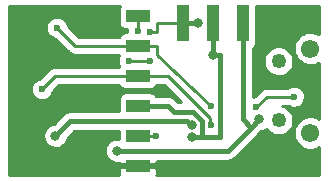
<source format=gbl>
G04 #@! TF.FileFunction,Copper,L2,Bot,Signal*
%FSLAX46Y46*%
G04 Gerber Fmt 4.6, Leading zero omitted, Abs format (unit mm)*
G04 Created by KiCad (PCBNEW 4.0.7) date 04/02/19 22:13:27*
%MOMM*%
%LPD*%
G01*
G04 APERTURE LIST*
%ADD10C,0.100000*%
%ADD11R,2.000000X1.020000*%
%ADD12C,1.550000*%
%ADD13C,1.250000*%
%ADD14R,1.020000X3.170000*%
%ADD15C,0.800000*%
%ADD16C,0.600000*%
%ADD17C,0.400000*%
%ADD18C,0.250000*%
%ADD19C,0.254000*%
G04 APERTURE END LIST*
D10*
D11*
X153670000Y-117475000D03*
X153670000Y-114935000D03*
X153670000Y-112395000D03*
X153670000Y-109855000D03*
X153670000Y-107315000D03*
X153670000Y-104775000D03*
D12*
X168275000Y-107550000D03*
X168275000Y-114700000D03*
D13*
X165575000Y-113625000D03*
X165575000Y-108625000D03*
D14*
X162560000Y-105410000D03*
X157480000Y-105410000D03*
X160020000Y-105410000D03*
D15*
X156845000Y-117729000D03*
X166116000Y-104775000D03*
X164338000Y-107061000D03*
X167767000Y-104775000D03*
X165989000Y-116459000D03*
X167640000Y-116459000D03*
X164338000Y-115697000D03*
X149733000Y-104521000D03*
X151892000Y-116205000D03*
X163957000Y-113538000D03*
D16*
X154686000Y-106172000D03*
D15*
X158242000Y-114046000D03*
X158750000Y-105410000D03*
X146685000Y-114935000D03*
X158242000Y-115062000D03*
X160020000Y-108077000D03*
D16*
X159893000Y-112395000D03*
X146812000Y-105791000D03*
X145542000Y-110998000D03*
X159893000Y-114046000D03*
X166878000Y-111633000D03*
X163703000Y-112522000D03*
X153670000Y-106045000D03*
X154686000Y-108585000D03*
X152908000Y-108585000D03*
X155194000Y-114935000D03*
D17*
X153670000Y-117475000D02*
X156591000Y-117475000D01*
X156591000Y-117475000D02*
X156845000Y-117729000D01*
X153670000Y-117475000D02*
X145669000Y-117475000D01*
X145542000Y-104521000D02*
X149733000Y-104521000D01*
X144145000Y-105918000D02*
X145542000Y-104521000D01*
X144145000Y-115951000D02*
X144145000Y-105918000D01*
X145669000Y-117475000D02*
X144145000Y-115951000D01*
X163258500Y-114236500D02*
X161290000Y-116205000D01*
X161290000Y-116205000D02*
X151892000Y-116205000D01*
X162560000Y-105410000D02*
X162560000Y-113538000D01*
X162560000Y-113538000D02*
X163258500Y-114236500D01*
X163957000Y-113538000D02*
X163258500Y-114236500D01*
D18*
X157480000Y-105410000D02*
X155321000Y-105410000D01*
X155321000Y-105410000D02*
X155321000Y-106172000D01*
X155321000Y-106172000D02*
X154686000Y-106172000D01*
D17*
X158750000Y-105410000D02*
X157480000Y-105410000D01*
X152146000Y-113665000D02*
X157861000Y-113665000D01*
X157861000Y-113665000D02*
X158242000Y-114046000D01*
X147955000Y-113665000D02*
X152146000Y-113665000D01*
X146685000Y-114935000D02*
X147955000Y-113665000D01*
X153670000Y-112395000D02*
X156210000Y-112395000D01*
X159131000Y-113665000D02*
X159131000Y-115062000D01*
X158369000Y-112903000D02*
X159131000Y-113665000D01*
X156718000Y-112903000D02*
X158369000Y-112903000D01*
X156210000Y-112395000D02*
X156718000Y-112903000D01*
X160655000Y-112395000D02*
X160655000Y-112395000D01*
X160655000Y-115062000D02*
X160655000Y-112395000D01*
X158242000Y-115062000D02*
X159131000Y-115062000D01*
X159131000Y-115062000D02*
X160655000Y-115062000D01*
X160655000Y-108077000D02*
X160020000Y-108077000D01*
X160655000Y-112395000D02*
X160655000Y-108077000D01*
X160020000Y-105410000D02*
X160020000Y-108077000D01*
D18*
X159893000Y-112395000D02*
X155321000Y-108077000D01*
X155321000Y-108077000D02*
X155321000Y-107315000D01*
X155321000Y-107315000D02*
X153670000Y-107315000D01*
X153670000Y-107315000D02*
X148336000Y-107315000D01*
X148336000Y-107315000D02*
X146812000Y-105791000D01*
X146685000Y-109855000D02*
X153670000Y-109855000D01*
X145542000Y-110998000D02*
X146685000Y-109855000D01*
X156210000Y-109855000D02*
X153670000Y-109855000D01*
X159766000Y-113411000D02*
X156210000Y-109855000D01*
X159766000Y-113919000D02*
X159766000Y-113411000D01*
X159893000Y-114046000D02*
X159766000Y-113919000D01*
X164592000Y-111633000D02*
X166878000Y-111633000D01*
X163703000Y-112522000D02*
X164592000Y-111633000D01*
X153670000Y-106045000D02*
X153670000Y-104775000D01*
X153670000Y-114935000D02*
X155194000Y-114935000D01*
X152908000Y-108585000D02*
X154686000Y-108585000D01*
D19*
G36*
X152057190Y-104087237D02*
X152031928Y-104265000D01*
X152031928Y-105285000D01*
X152039992Y-105386121D01*
X152093106Y-105557634D01*
X152191900Y-105707559D01*
X152328550Y-105824025D01*
X152492237Y-105897810D01*
X152670000Y-105923072D01*
X152739987Y-105923072D01*
X152736331Y-105940272D01*
X152733771Y-106123617D01*
X152741720Y-106166928D01*
X152670000Y-106166928D01*
X152568879Y-106174992D01*
X152397366Y-106228106D01*
X152247441Y-106326900D01*
X152130975Y-106463550D01*
X152089752Y-106555000D01*
X148650802Y-106555000D01*
X147735169Y-105639367D01*
X147711425Y-105519448D01*
X147641550Y-105349920D01*
X147540079Y-105197193D01*
X147410875Y-105067084D01*
X147258860Y-104964549D01*
X147089825Y-104893493D01*
X146910207Y-104856623D01*
X146726849Y-104855343D01*
X146546733Y-104889701D01*
X146376722Y-104958390D01*
X146223291Y-105058793D01*
X146092283Y-105187086D01*
X145988689Y-105338381D01*
X145916454Y-105506916D01*
X145878331Y-105686272D01*
X145875771Y-105869617D01*
X145908872Y-106049968D01*
X145976372Y-106220454D01*
X146075701Y-106374583D01*
X146203076Y-106506484D01*
X146353644Y-106611131D01*
X146521671Y-106684540D01*
X146661477Y-106715279D01*
X147798599Y-107852401D01*
X147852855Y-107896968D01*
X147906625Y-107942086D01*
X147910126Y-107944011D01*
X147913215Y-107946548D01*
X147975067Y-107979713D01*
X148036604Y-108013543D01*
X148040416Y-108014752D01*
X148043935Y-108016639D01*
X148111043Y-108037156D01*
X148177987Y-108058392D01*
X148181958Y-108058837D01*
X148185780Y-108060006D01*
X148255610Y-108067099D01*
X148325389Y-108074926D01*
X148333204Y-108074981D01*
X148333347Y-108074995D01*
X148333480Y-108074982D01*
X148336000Y-108075000D01*
X152086097Y-108075000D01*
X152093106Y-108097634D01*
X152100646Y-108109076D01*
X152084689Y-108132381D01*
X152012454Y-108300916D01*
X151974331Y-108480272D01*
X151971771Y-108663617D01*
X152004872Y-108843968D01*
X152072372Y-109014454D01*
X152103963Y-109063474D01*
X152089752Y-109095000D01*
X146685000Y-109095000D01*
X146615123Y-109101851D01*
X146545197Y-109107969D01*
X146541359Y-109109084D01*
X146537382Y-109109474D01*
X146470179Y-109129764D01*
X146402760Y-109149351D01*
X146399212Y-109151190D01*
X146395387Y-109152345D01*
X146333429Y-109185288D01*
X146271074Y-109217610D01*
X146267949Y-109220105D01*
X146264422Y-109221980D01*
X146210035Y-109266337D01*
X146155154Y-109310148D01*
X146149594Y-109315631D01*
X146149478Y-109315726D01*
X146149389Y-109315834D01*
X146147599Y-109317599D01*
X145390128Y-110075070D01*
X145276733Y-110096701D01*
X145106722Y-110165390D01*
X144953291Y-110265793D01*
X144822283Y-110394086D01*
X144718689Y-110545381D01*
X144646454Y-110713916D01*
X144608331Y-110893272D01*
X144605771Y-111076617D01*
X144638872Y-111256968D01*
X144706372Y-111427454D01*
X144805701Y-111581583D01*
X144933076Y-111713484D01*
X145083644Y-111818131D01*
X145251671Y-111891540D01*
X145430757Y-111930915D01*
X145614079Y-111934755D01*
X145794657Y-111902914D01*
X145965610Y-111836606D01*
X146120429Y-111738355D01*
X146253215Y-111611904D01*
X146358911Y-111462070D01*
X146433492Y-111294560D01*
X146466786Y-111148016D01*
X146999802Y-110615000D01*
X152086097Y-110615000D01*
X152093106Y-110637634D01*
X152191900Y-110787559D01*
X152328550Y-110904025D01*
X152492237Y-110977810D01*
X152670000Y-111003072D01*
X154670000Y-111003072D01*
X154771121Y-110995008D01*
X154942634Y-110941894D01*
X155092559Y-110843100D01*
X155209025Y-110706450D01*
X155250248Y-110615000D01*
X155895198Y-110615000D01*
X157348198Y-112068000D01*
X157063869Y-112068000D01*
X156800434Y-111804566D01*
X156740818Y-111755596D01*
X156681747Y-111706030D01*
X156677904Y-111703917D01*
X156674507Y-111701127D01*
X156606474Y-111664648D01*
X156538941Y-111627522D01*
X156534758Y-111626195D01*
X156530886Y-111624119D01*
X156457107Y-111601563D01*
X156383606Y-111578247D01*
X156379242Y-111577758D01*
X156375044Y-111576474D01*
X156298284Y-111568676D01*
X156221658Y-111560081D01*
X156213087Y-111560021D01*
X156212915Y-111560004D01*
X156212755Y-111560019D01*
X156210000Y-111560000D01*
X155212387Y-111560000D01*
X155148100Y-111462441D01*
X155011450Y-111345975D01*
X154847763Y-111272190D01*
X154670000Y-111246928D01*
X152670000Y-111246928D01*
X152568879Y-111254992D01*
X152397366Y-111308106D01*
X152247441Y-111406900D01*
X152130975Y-111543550D01*
X152057190Y-111707237D01*
X152031928Y-111885000D01*
X152031928Y-112830000D01*
X147955000Y-112830000D01*
X147878208Y-112837529D01*
X147801400Y-112844249D01*
X147797186Y-112845473D01*
X147792814Y-112845902D01*
X147718933Y-112868208D01*
X147644907Y-112889715D01*
X147641011Y-112891734D01*
X147636806Y-112893004D01*
X147568668Y-112929234D01*
X147500226Y-112964711D01*
X147496796Y-112967449D01*
X147492918Y-112969511D01*
X147433131Y-113018272D01*
X147372866Y-113066380D01*
X147366761Y-113072401D01*
X147366630Y-113072508D01*
X147366530Y-113072629D01*
X147364566Y-113074566D01*
X146527866Y-113911266D01*
X146391363Y-113937306D01*
X146203168Y-114013341D01*
X146033327Y-114124482D01*
X145888308Y-114266496D01*
X145773634Y-114433972D01*
X145693674Y-114620533D01*
X145651473Y-114819071D01*
X145648639Y-115022026D01*
X145685280Y-115221665D01*
X145760000Y-115410386D01*
X145869953Y-115580999D01*
X146010950Y-115727006D01*
X146177622Y-115842846D01*
X146363620Y-115924106D01*
X146561859Y-115967692D01*
X146764788Y-115971943D01*
X146964679Y-115936697D01*
X147153916Y-115863296D01*
X147325293Y-115754537D01*
X147472281Y-115614563D01*
X147589282Y-115448703D01*
X147671839Y-115263278D01*
X147711306Y-115089562D01*
X148300868Y-114500000D01*
X152031928Y-114500000D01*
X152031928Y-115177097D01*
X152000710Y-115170689D01*
X151797741Y-115169272D01*
X151598363Y-115207306D01*
X151410168Y-115283341D01*
X151240327Y-115394482D01*
X151095308Y-115536496D01*
X150980634Y-115703972D01*
X150900674Y-115890533D01*
X150858473Y-116089071D01*
X150855639Y-116292026D01*
X150892280Y-116491665D01*
X150967000Y-116680386D01*
X151076953Y-116850999D01*
X151217950Y-116997006D01*
X151384622Y-117112846D01*
X151570620Y-117194106D01*
X151768859Y-117237692D01*
X151971788Y-117241943D01*
X152070319Y-117224569D01*
X152193750Y-117348000D01*
X153543000Y-117348000D01*
X153543000Y-117328000D01*
X153797000Y-117328000D01*
X153797000Y-117348000D01*
X155146250Y-117348000D01*
X155305000Y-117189250D01*
X155305000Y-117040000D01*
X161290000Y-117040000D01*
X161366747Y-117032475D01*
X161443600Y-117025751D01*
X161447814Y-117024527D01*
X161452186Y-117024098D01*
X161526081Y-117001788D01*
X161600092Y-116980285D01*
X161603986Y-116978266D01*
X161608194Y-116976996D01*
X161676311Y-116940777D01*
X161744774Y-116905290D01*
X161748207Y-116902549D01*
X161752082Y-116900489D01*
X161811866Y-116851731D01*
X161872133Y-116803620D01*
X161878238Y-116797600D01*
X161878370Y-116797492D01*
X161878471Y-116797369D01*
X161880434Y-116795434D01*
X164114655Y-114561213D01*
X164236679Y-114539697D01*
X164425916Y-114466296D01*
X164562333Y-114379723D01*
X164582768Y-114411433D01*
X164754417Y-114589181D01*
X164957322Y-114730204D01*
X165183755Y-114829130D01*
X165425089Y-114882191D01*
X165672134Y-114887365D01*
X165915479Y-114844457D01*
X166145855Y-114755100D01*
X166354487Y-114622698D01*
X166533429Y-114452294D01*
X166675865Y-114250378D01*
X166776369Y-114024642D01*
X166831113Y-113783684D01*
X166835054Y-113501451D01*
X166787059Y-113259058D01*
X166692897Y-113030603D01*
X166556155Y-112824790D01*
X166382041Y-112649455D01*
X166177186Y-112511280D01*
X165949395Y-112415525D01*
X165839661Y-112393000D01*
X166333126Y-112393000D01*
X166419644Y-112453131D01*
X166587671Y-112526540D01*
X166766757Y-112565915D01*
X166950079Y-112569755D01*
X167130657Y-112537914D01*
X167301610Y-112471606D01*
X167456429Y-112373355D01*
X167589215Y-112246904D01*
X167694911Y-112097070D01*
X167769492Y-111929560D01*
X167810116Y-111750754D01*
X167813040Y-111541319D01*
X167777425Y-111361448D01*
X167707550Y-111191920D01*
X167606079Y-111039193D01*
X167476875Y-110909084D01*
X167324860Y-110806549D01*
X167155825Y-110735493D01*
X166976207Y-110698623D01*
X166792849Y-110697343D01*
X166612733Y-110731701D01*
X166442722Y-110800390D01*
X166331763Y-110873000D01*
X164592000Y-110873000D01*
X164522119Y-110879852D01*
X164452197Y-110885969D01*
X164448359Y-110887084D01*
X164444382Y-110887474D01*
X164377212Y-110907754D01*
X164309761Y-110927350D01*
X164306210Y-110929191D01*
X164302387Y-110930345D01*
X164240426Y-110963290D01*
X164178075Y-110995610D01*
X164174952Y-110998103D01*
X164171422Y-110999980D01*
X164117013Y-111044355D01*
X164062154Y-111088148D01*
X164056594Y-111093631D01*
X164056478Y-111093726D01*
X164056389Y-111093834D01*
X164054599Y-111095599D01*
X163551128Y-111599070D01*
X163437733Y-111620701D01*
X163395000Y-111637966D01*
X163395000Y-108730944D01*
X164313343Y-108730944D01*
X164357949Y-108973984D01*
X164448913Y-109203730D01*
X164582768Y-109411433D01*
X164754417Y-109589181D01*
X164957322Y-109730204D01*
X165183755Y-109829130D01*
X165425089Y-109882191D01*
X165672134Y-109887365D01*
X165915479Y-109844457D01*
X166145855Y-109755100D01*
X166354487Y-109622698D01*
X166533429Y-109452294D01*
X166675865Y-109250378D01*
X166776369Y-109024642D01*
X166831113Y-108783684D01*
X166835054Y-108501451D01*
X166787059Y-108259058D01*
X166692897Y-108030603D01*
X166556155Y-107824790D01*
X166382041Y-107649455D01*
X166177186Y-107511280D01*
X165949395Y-107415525D01*
X165707343Y-107365839D01*
X165460250Y-107364114D01*
X165217528Y-107410415D01*
X164988422Y-107502980D01*
X164781659Y-107638283D01*
X164605113Y-107811169D01*
X164465511Y-108015053D01*
X164368168Y-108242170D01*
X164316793Y-108483870D01*
X164313343Y-108730944D01*
X163395000Y-108730944D01*
X163395000Y-107537387D01*
X163492559Y-107473100D01*
X163609025Y-107336450D01*
X163682810Y-107172763D01*
X163708072Y-106995000D01*
X163708072Y-103964000D01*
X169015000Y-103964000D01*
X169015000Y-106348297D01*
X168948875Y-106303695D01*
X168693966Y-106196541D01*
X168423098Y-106140939D01*
X168146590Y-106139009D01*
X167874972Y-106190823D01*
X167618592Y-106294407D01*
X167387214Y-106445817D01*
X167189651Y-106639284D01*
X167033429Y-106867441D01*
X166924498Y-107121596D01*
X166867008Y-107392068D01*
X166863147Y-107668557D01*
X166913063Y-107940529D01*
X167014855Y-108197626D01*
X167164646Y-108430056D01*
X167356729Y-108628964D01*
X167583790Y-108786775D01*
X167837178Y-108897478D01*
X168107243Y-108956855D01*
X168383697Y-108962646D01*
X168656012Y-108914630D01*
X168913813Y-108814635D01*
X169015000Y-108750420D01*
X169015000Y-113498297D01*
X168948875Y-113453695D01*
X168693966Y-113346541D01*
X168423098Y-113290939D01*
X168146590Y-113289009D01*
X167874972Y-113340823D01*
X167618592Y-113444407D01*
X167387214Y-113595817D01*
X167189651Y-113789284D01*
X167033429Y-114017441D01*
X166924498Y-114271596D01*
X166867008Y-114542068D01*
X166863147Y-114818557D01*
X166913063Y-115090529D01*
X167014855Y-115347626D01*
X167164646Y-115580056D01*
X167356729Y-115778964D01*
X167583790Y-115936775D01*
X167837178Y-116047478D01*
X168107243Y-116106855D01*
X168383697Y-116112646D01*
X168656012Y-116064630D01*
X168913813Y-115964635D01*
X169015000Y-115900420D01*
X169015000Y-118273000D01*
X155238026Y-118273000D01*
X155280597Y-118170223D01*
X155305000Y-118047542D01*
X155305000Y-117760750D01*
X155146250Y-117602000D01*
X153797000Y-117602000D01*
X153797000Y-117622000D01*
X153543000Y-117622000D01*
X153543000Y-117602000D01*
X152193750Y-117602000D01*
X152035000Y-117760750D01*
X152035000Y-118047542D01*
X152059403Y-118170223D01*
X152101974Y-118273000D01*
X142783000Y-118273000D01*
X142783000Y-103964000D01*
X152112741Y-103964000D01*
X152057190Y-104087237D01*
X152057190Y-104087237D01*
G37*
X152057190Y-104087237D02*
X152031928Y-104265000D01*
X152031928Y-105285000D01*
X152039992Y-105386121D01*
X152093106Y-105557634D01*
X152191900Y-105707559D01*
X152328550Y-105824025D01*
X152492237Y-105897810D01*
X152670000Y-105923072D01*
X152739987Y-105923072D01*
X152736331Y-105940272D01*
X152733771Y-106123617D01*
X152741720Y-106166928D01*
X152670000Y-106166928D01*
X152568879Y-106174992D01*
X152397366Y-106228106D01*
X152247441Y-106326900D01*
X152130975Y-106463550D01*
X152089752Y-106555000D01*
X148650802Y-106555000D01*
X147735169Y-105639367D01*
X147711425Y-105519448D01*
X147641550Y-105349920D01*
X147540079Y-105197193D01*
X147410875Y-105067084D01*
X147258860Y-104964549D01*
X147089825Y-104893493D01*
X146910207Y-104856623D01*
X146726849Y-104855343D01*
X146546733Y-104889701D01*
X146376722Y-104958390D01*
X146223291Y-105058793D01*
X146092283Y-105187086D01*
X145988689Y-105338381D01*
X145916454Y-105506916D01*
X145878331Y-105686272D01*
X145875771Y-105869617D01*
X145908872Y-106049968D01*
X145976372Y-106220454D01*
X146075701Y-106374583D01*
X146203076Y-106506484D01*
X146353644Y-106611131D01*
X146521671Y-106684540D01*
X146661477Y-106715279D01*
X147798599Y-107852401D01*
X147852855Y-107896968D01*
X147906625Y-107942086D01*
X147910126Y-107944011D01*
X147913215Y-107946548D01*
X147975067Y-107979713D01*
X148036604Y-108013543D01*
X148040416Y-108014752D01*
X148043935Y-108016639D01*
X148111043Y-108037156D01*
X148177987Y-108058392D01*
X148181958Y-108058837D01*
X148185780Y-108060006D01*
X148255610Y-108067099D01*
X148325389Y-108074926D01*
X148333204Y-108074981D01*
X148333347Y-108074995D01*
X148333480Y-108074982D01*
X148336000Y-108075000D01*
X152086097Y-108075000D01*
X152093106Y-108097634D01*
X152100646Y-108109076D01*
X152084689Y-108132381D01*
X152012454Y-108300916D01*
X151974331Y-108480272D01*
X151971771Y-108663617D01*
X152004872Y-108843968D01*
X152072372Y-109014454D01*
X152103963Y-109063474D01*
X152089752Y-109095000D01*
X146685000Y-109095000D01*
X146615123Y-109101851D01*
X146545197Y-109107969D01*
X146541359Y-109109084D01*
X146537382Y-109109474D01*
X146470179Y-109129764D01*
X146402760Y-109149351D01*
X146399212Y-109151190D01*
X146395387Y-109152345D01*
X146333429Y-109185288D01*
X146271074Y-109217610D01*
X146267949Y-109220105D01*
X146264422Y-109221980D01*
X146210035Y-109266337D01*
X146155154Y-109310148D01*
X146149594Y-109315631D01*
X146149478Y-109315726D01*
X146149389Y-109315834D01*
X146147599Y-109317599D01*
X145390128Y-110075070D01*
X145276733Y-110096701D01*
X145106722Y-110165390D01*
X144953291Y-110265793D01*
X144822283Y-110394086D01*
X144718689Y-110545381D01*
X144646454Y-110713916D01*
X144608331Y-110893272D01*
X144605771Y-111076617D01*
X144638872Y-111256968D01*
X144706372Y-111427454D01*
X144805701Y-111581583D01*
X144933076Y-111713484D01*
X145083644Y-111818131D01*
X145251671Y-111891540D01*
X145430757Y-111930915D01*
X145614079Y-111934755D01*
X145794657Y-111902914D01*
X145965610Y-111836606D01*
X146120429Y-111738355D01*
X146253215Y-111611904D01*
X146358911Y-111462070D01*
X146433492Y-111294560D01*
X146466786Y-111148016D01*
X146999802Y-110615000D01*
X152086097Y-110615000D01*
X152093106Y-110637634D01*
X152191900Y-110787559D01*
X152328550Y-110904025D01*
X152492237Y-110977810D01*
X152670000Y-111003072D01*
X154670000Y-111003072D01*
X154771121Y-110995008D01*
X154942634Y-110941894D01*
X155092559Y-110843100D01*
X155209025Y-110706450D01*
X155250248Y-110615000D01*
X155895198Y-110615000D01*
X157348198Y-112068000D01*
X157063869Y-112068000D01*
X156800434Y-111804566D01*
X156740818Y-111755596D01*
X156681747Y-111706030D01*
X156677904Y-111703917D01*
X156674507Y-111701127D01*
X156606474Y-111664648D01*
X156538941Y-111627522D01*
X156534758Y-111626195D01*
X156530886Y-111624119D01*
X156457107Y-111601563D01*
X156383606Y-111578247D01*
X156379242Y-111577758D01*
X156375044Y-111576474D01*
X156298284Y-111568676D01*
X156221658Y-111560081D01*
X156213087Y-111560021D01*
X156212915Y-111560004D01*
X156212755Y-111560019D01*
X156210000Y-111560000D01*
X155212387Y-111560000D01*
X155148100Y-111462441D01*
X155011450Y-111345975D01*
X154847763Y-111272190D01*
X154670000Y-111246928D01*
X152670000Y-111246928D01*
X152568879Y-111254992D01*
X152397366Y-111308106D01*
X152247441Y-111406900D01*
X152130975Y-111543550D01*
X152057190Y-111707237D01*
X152031928Y-111885000D01*
X152031928Y-112830000D01*
X147955000Y-112830000D01*
X147878208Y-112837529D01*
X147801400Y-112844249D01*
X147797186Y-112845473D01*
X147792814Y-112845902D01*
X147718933Y-112868208D01*
X147644907Y-112889715D01*
X147641011Y-112891734D01*
X147636806Y-112893004D01*
X147568668Y-112929234D01*
X147500226Y-112964711D01*
X147496796Y-112967449D01*
X147492918Y-112969511D01*
X147433131Y-113018272D01*
X147372866Y-113066380D01*
X147366761Y-113072401D01*
X147366630Y-113072508D01*
X147366530Y-113072629D01*
X147364566Y-113074566D01*
X146527866Y-113911266D01*
X146391363Y-113937306D01*
X146203168Y-114013341D01*
X146033327Y-114124482D01*
X145888308Y-114266496D01*
X145773634Y-114433972D01*
X145693674Y-114620533D01*
X145651473Y-114819071D01*
X145648639Y-115022026D01*
X145685280Y-115221665D01*
X145760000Y-115410386D01*
X145869953Y-115580999D01*
X146010950Y-115727006D01*
X146177622Y-115842846D01*
X146363620Y-115924106D01*
X146561859Y-115967692D01*
X146764788Y-115971943D01*
X146964679Y-115936697D01*
X147153916Y-115863296D01*
X147325293Y-115754537D01*
X147472281Y-115614563D01*
X147589282Y-115448703D01*
X147671839Y-115263278D01*
X147711306Y-115089562D01*
X148300868Y-114500000D01*
X152031928Y-114500000D01*
X152031928Y-115177097D01*
X152000710Y-115170689D01*
X151797741Y-115169272D01*
X151598363Y-115207306D01*
X151410168Y-115283341D01*
X151240327Y-115394482D01*
X151095308Y-115536496D01*
X150980634Y-115703972D01*
X150900674Y-115890533D01*
X150858473Y-116089071D01*
X150855639Y-116292026D01*
X150892280Y-116491665D01*
X150967000Y-116680386D01*
X151076953Y-116850999D01*
X151217950Y-116997006D01*
X151384622Y-117112846D01*
X151570620Y-117194106D01*
X151768859Y-117237692D01*
X151971788Y-117241943D01*
X152070319Y-117224569D01*
X152193750Y-117348000D01*
X153543000Y-117348000D01*
X153543000Y-117328000D01*
X153797000Y-117328000D01*
X153797000Y-117348000D01*
X155146250Y-117348000D01*
X155305000Y-117189250D01*
X155305000Y-117040000D01*
X161290000Y-117040000D01*
X161366747Y-117032475D01*
X161443600Y-117025751D01*
X161447814Y-117024527D01*
X161452186Y-117024098D01*
X161526081Y-117001788D01*
X161600092Y-116980285D01*
X161603986Y-116978266D01*
X161608194Y-116976996D01*
X161676311Y-116940777D01*
X161744774Y-116905290D01*
X161748207Y-116902549D01*
X161752082Y-116900489D01*
X161811866Y-116851731D01*
X161872133Y-116803620D01*
X161878238Y-116797600D01*
X161878370Y-116797492D01*
X161878471Y-116797369D01*
X161880434Y-116795434D01*
X164114655Y-114561213D01*
X164236679Y-114539697D01*
X164425916Y-114466296D01*
X164562333Y-114379723D01*
X164582768Y-114411433D01*
X164754417Y-114589181D01*
X164957322Y-114730204D01*
X165183755Y-114829130D01*
X165425089Y-114882191D01*
X165672134Y-114887365D01*
X165915479Y-114844457D01*
X166145855Y-114755100D01*
X166354487Y-114622698D01*
X166533429Y-114452294D01*
X166675865Y-114250378D01*
X166776369Y-114024642D01*
X166831113Y-113783684D01*
X166835054Y-113501451D01*
X166787059Y-113259058D01*
X166692897Y-113030603D01*
X166556155Y-112824790D01*
X166382041Y-112649455D01*
X166177186Y-112511280D01*
X165949395Y-112415525D01*
X165839661Y-112393000D01*
X166333126Y-112393000D01*
X166419644Y-112453131D01*
X166587671Y-112526540D01*
X166766757Y-112565915D01*
X166950079Y-112569755D01*
X167130657Y-112537914D01*
X167301610Y-112471606D01*
X167456429Y-112373355D01*
X167589215Y-112246904D01*
X167694911Y-112097070D01*
X167769492Y-111929560D01*
X167810116Y-111750754D01*
X167813040Y-111541319D01*
X167777425Y-111361448D01*
X167707550Y-111191920D01*
X167606079Y-111039193D01*
X167476875Y-110909084D01*
X167324860Y-110806549D01*
X167155825Y-110735493D01*
X166976207Y-110698623D01*
X166792849Y-110697343D01*
X166612733Y-110731701D01*
X166442722Y-110800390D01*
X166331763Y-110873000D01*
X164592000Y-110873000D01*
X164522119Y-110879852D01*
X164452197Y-110885969D01*
X164448359Y-110887084D01*
X164444382Y-110887474D01*
X164377212Y-110907754D01*
X164309761Y-110927350D01*
X164306210Y-110929191D01*
X164302387Y-110930345D01*
X164240426Y-110963290D01*
X164178075Y-110995610D01*
X164174952Y-110998103D01*
X164171422Y-110999980D01*
X164117013Y-111044355D01*
X164062154Y-111088148D01*
X164056594Y-111093631D01*
X164056478Y-111093726D01*
X164056389Y-111093834D01*
X164054599Y-111095599D01*
X163551128Y-111599070D01*
X163437733Y-111620701D01*
X163395000Y-111637966D01*
X163395000Y-108730944D01*
X164313343Y-108730944D01*
X164357949Y-108973984D01*
X164448913Y-109203730D01*
X164582768Y-109411433D01*
X164754417Y-109589181D01*
X164957322Y-109730204D01*
X165183755Y-109829130D01*
X165425089Y-109882191D01*
X165672134Y-109887365D01*
X165915479Y-109844457D01*
X166145855Y-109755100D01*
X166354487Y-109622698D01*
X166533429Y-109452294D01*
X166675865Y-109250378D01*
X166776369Y-109024642D01*
X166831113Y-108783684D01*
X166835054Y-108501451D01*
X166787059Y-108259058D01*
X166692897Y-108030603D01*
X166556155Y-107824790D01*
X166382041Y-107649455D01*
X166177186Y-107511280D01*
X165949395Y-107415525D01*
X165707343Y-107365839D01*
X165460250Y-107364114D01*
X165217528Y-107410415D01*
X164988422Y-107502980D01*
X164781659Y-107638283D01*
X164605113Y-107811169D01*
X164465511Y-108015053D01*
X164368168Y-108242170D01*
X164316793Y-108483870D01*
X164313343Y-108730944D01*
X163395000Y-108730944D01*
X163395000Y-107537387D01*
X163492559Y-107473100D01*
X163609025Y-107336450D01*
X163682810Y-107172763D01*
X163708072Y-106995000D01*
X163708072Y-103964000D01*
X169015000Y-103964000D01*
X169015000Y-106348297D01*
X168948875Y-106303695D01*
X168693966Y-106196541D01*
X168423098Y-106140939D01*
X168146590Y-106139009D01*
X167874972Y-106190823D01*
X167618592Y-106294407D01*
X167387214Y-106445817D01*
X167189651Y-106639284D01*
X167033429Y-106867441D01*
X166924498Y-107121596D01*
X166867008Y-107392068D01*
X166863147Y-107668557D01*
X166913063Y-107940529D01*
X167014855Y-108197626D01*
X167164646Y-108430056D01*
X167356729Y-108628964D01*
X167583790Y-108786775D01*
X167837178Y-108897478D01*
X168107243Y-108956855D01*
X168383697Y-108962646D01*
X168656012Y-108914630D01*
X168913813Y-108814635D01*
X169015000Y-108750420D01*
X169015000Y-113498297D01*
X168948875Y-113453695D01*
X168693966Y-113346541D01*
X168423098Y-113290939D01*
X168146590Y-113289009D01*
X167874972Y-113340823D01*
X167618592Y-113444407D01*
X167387214Y-113595817D01*
X167189651Y-113789284D01*
X167033429Y-114017441D01*
X166924498Y-114271596D01*
X166867008Y-114542068D01*
X166863147Y-114818557D01*
X166913063Y-115090529D01*
X167014855Y-115347626D01*
X167164646Y-115580056D01*
X167356729Y-115778964D01*
X167583790Y-115936775D01*
X167837178Y-116047478D01*
X168107243Y-116106855D01*
X168383697Y-116112646D01*
X168656012Y-116064630D01*
X168913813Y-115964635D01*
X169015000Y-115900420D01*
X169015000Y-118273000D01*
X155238026Y-118273000D01*
X155280597Y-118170223D01*
X155305000Y-118047542D01*
X155305000Y-117760750D01*
X155146250Y-117602000D01*
X153797000Y-117602000D01*
X153797000Y-117622000D01*
X153543000Y-117622000D01*
X153543000Y-117602000D01*
X152193750Y-117602000D01*
X152035000Y-117760750D01*
X152035000Y-118047542D01*
X152059403Y-118170223D01*
X152101974Y-118273000D01*
X142783000Y-118273000D01*
X142783000Y-103964000D01*
X152112741Y-103964000D01*
X152057190Y-104087237D01*
M02*

</source>
